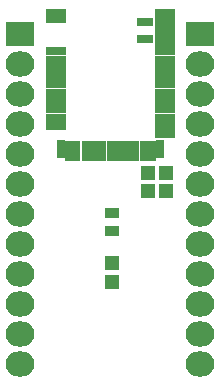
<source format=gbr>
G04 #@! TF.FileFunction,Soldermask,Top*
%FSLAX46Y46*%
G04 Gerber Fmt 4.6, Leading zero omitted, Abs format (unit mm)*
G04 Created by KiCad (PCBNEW 4.0.4-stable) date 06/20/17 22:04:30*
%MOMM*%
%LPD*%
G01*
G04 APERTURE LIST*
%ADD10C,0.100000*%
%ADD11R,2.432000X2.127200*%
%ADD12O,2.432000X2.127200*%
%ADD13R,1.150000X1.200000*%
%ADD14R,1.200000X1.200000*%
%ADD15R,1.300000X0.900000*%
%ADD16R,1.800000X1.200000*%
%ADD17R,1.400000X0.800000*%
%ADD18R,1.800000X0.800000*%
%ADD19R,0.800000X1.800000*%
%ADD20R,0.800000X1.500000*%
G04 APERTURE END LIST*
D10*
D11*
X27000000Y-20000000D03*
D12*
X27000000Y-22540000D03*
X27000000Y-25080000D03*
X27000000Y-27620000D03*
X27000000Y-30160000D03*
X27000000Y-32700000D03*
X27000000Y-35240000D03*
X27000000Y-37780000D03*
X27000000Y-40320000D03*
X27000000Y-42860000D03*
X27000000Y-45400000D03*
X27000000Y-47940000D03*
D11*
X42300000Y-20000000D03*
D12*
X42300000Y-22540000D03*
X42300000Y-25080000D03*
X42300000Y-27620000D03*
X42300000Y-30160000D03*
X42300000Y-32700000D03*
X42300000Y-35240000D03*
X42300000Y-37780000D03*
X42300000Y-40320000D03*
X42300000Y-42860000D03*
X42300000Y-45400000D03*
X42300000Y-47940000D03*
D13*
X37846000Y-33262000D03*
X37846000Y-31762000D03*
X39433500Y-33262000D03*
X39433500Y-31762000D03*
D14*
X34798000Y-40995500D03*
X34798000Y-39395500D03*
D15*
X34798000Y-35127500D03*
X34798000Y-36627500D03*
D16*
X39306500Y-18454000D03*
D17*
X37606500Y-20404000D03*
D18*
X39306500Y-20054000D03*
X39306500Y-20754000D03*
X39306500Y-21454000D03*
X39306500Y-22154000D03*
X39306500Y-22854000D03*
X39306500Y-23554000D03*
X39306500Y-24254000D03*
X39306500Y-24954000D03*
X39306500Y-25654000D03*
X39306500Y-26354000D03*
X39306500Y-27054000D03*
X39306500Y-27754000D03*
X39306500Y-28454000D03*
D19*
X38206500Y-29854000D03*
X37506500Y-29854000D03*
X36806500Y-29854000D03*
X36106500Y-29854000D03*
X35406500Y-29854000D03*
X34706500Y-29854000D03*
X34006500Y-29854000D03*
D20*
X38906500Y-29704000D03*
D19*
X33306500Y-29854000D03*
X32606500Y-29854000D03*
X31806500Y-29854000D03*
X31206500Y-29854000D03*
D20*
X30506500Y-29704000D03*
D16*
X30106500Y-18454000D03*
D18*
X30106500Y-21454000D03*
X30106500Y-22154000D03*
X30106500Y-22854000D03*
X30106500Y-23554000D03*
X30106500Y-24254000D03*
X30106500Y-24954000D03*
X30106500Y-25654000D03*
X30106500Y-26354000D03*
X30106500Y-27054000D03*
X30106500Y-27754000D03*
X39306500Y-19354000D03*
D17*
X37606500Y-19004000D03*
M02*

</source>
